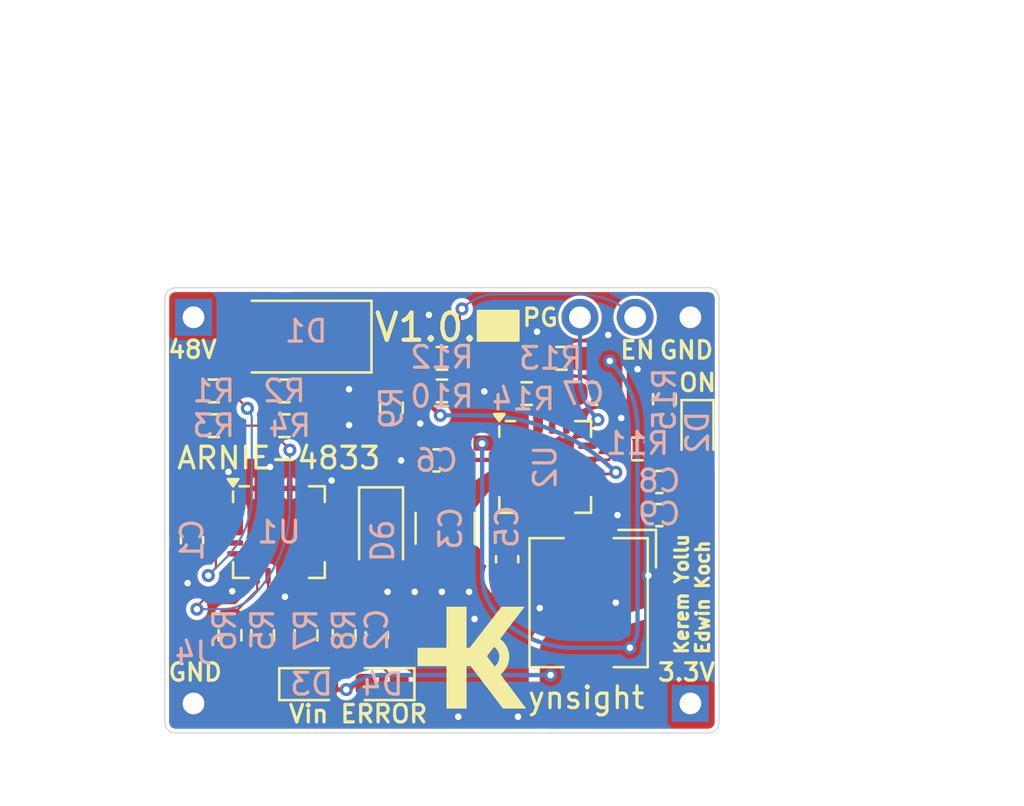
<source format=kicad_pcb>
(kicad_pcb
	(version 20240108)
	(generator "pcbnew")
	(generator_version "8.0")
	(general
		(thickness 1.6)
		(legacy_teardrops no)
	)
	(paper "A4")
	(layers
		(0 "F.Cu" signal)
		(31 "B.Cu" signal)
		(32 "B.Adhes" user "B.Adhesive")
		(33 "F.Adhes" user "F.Adhesive")
		(34 "B.Paste" user)
		(35 "F.Paste" user)
		(36 "B.SilkS" user "B.Silkscreen")
		(37 "F.SilkS" user "F.Silkscreen")
		(38 "B.Mask" user)
		(39 "F.Mask" user)
		(40 "Dwgs.User" user "User.Drawings")
		(41 "Cmts.User" user "User.Comments")
		(42 "Eco1.User" user "User.Eco1")
		(43 "Eco2.User" user "User.Eco2")
		(44 "Edge.Cuts" user)
		(45 "Margin" user)
		(46 "B.CrtYd" user "B.Courtyard")
		(47 "F.CrtYd" user "F.Courtyard")
		(48 "B.Fab" user)
		(49 "F.Fab" user)
		(50 "User.1" user)
		(51 "User.2" user)
		(52 "User.3" user)
		(53 "User.4" user)
		(54 "User.5" user)
		(55 "User.6" user)
		(56 "User.7" user)
		(57 "User.8" user)
		(58 "User.9" user)
	)
	(setup
		(stackup
			(layer "F.SilkS"
				(type "Top Silk Screen")
			)
			(layer "F.Paste"
				(type "Top Solder Paste")
			)
			(layer "F.Mask"
				(type "Top Solder Mask")
				(thickness 0.01)
			)
			(layer "F.Cu"
				(type "copper")
				(thickness 0.035)
			)
			(layer "dielectric 1"
				(type "core")
				(thickness 1.51)
				(material "FR4")
				(epsilon_r 4.5)
				(loss_tangent 0.02)
			)
			(layer "B.Cu"
				(type "copper")
				(thickness 0.035)
			)
			(layer "B.Mask"
				(type "Bottom Solder Mask")
				(thickness 0.01)
			)
			(layer "B.Paste"
				(type "Bottom Solder Paste")
			)
			(layer "B.SilkS"
				(type "Bottom Silk Screen")
			)
			(copper_finish "None")
			(dielectric_constraints no)
		)
		(pad_to_mask_clearance 0)
		(allow_soldermask_bridges_in_footprints no)
		(aux_axis_origin 74.75 125.25)
		(grid_origin 74.75 125.25)
		(pcbplotparams
			(layerselection 0x00010fc_ffffffff)
			(plot_on_all_layers_selection 0x0000000_00000000)
			(disableapertmacros no)
			(usegerberextensions yes)
			(usegerberattributes no)
			(usegerberadvancedattributes no)
			(creategerberjobfile no)
			(dashed_line_dash_ratio 12.000000)
			(dashed_line_gap_ratio 3.000000)
			(svgprecision 4)
			(plotframeref no)
			(viasonmask no)
			(mode 1)
			(useauxorigin no)
			(hpglpennumber 1)
			(hpglpenspeed 20)
			(hpglpendiameter 15.000000)
			(pdf_front_fp_property_popups yes)
			(pdf_back_fp_property_popups yes)
			(dxfpolygonmode yes)
			(dxfimperialunits yes)
			(dxfusepcbnewfont yes)
			(psnegative no)
			(psa4output no)
			(plotreference yes)
			(plotvalue no)
			(plotfptext yes)
			(plotinvisibletext no)
			(sketchpadsonfab no)
			(subtractmaskfromsilk yes)
			(outputformat 1)
			(mirror no)
			(drillshape 0)
			(scaleselection 1)
			(outputdirectory "../01_output/00_gerber/")
		)
	)
	(net 0 "")
	(net 1 "GND")
	(net 2 "Vin")
	(net 3 "/ID_TSTART")
	(net 4 "VIN")
	(net 5 "unconnected-(U2-SS{slash}TR-Pad14)")
	(net 6 "/DCDC_SW")
	(net 7 "/DCDC_BST")
	(net 8 "/DCDC_VCC")
	(net 9 "Vout")
	(net 10 "/DCDC_FB")
	(net 11 "/ID_UVLO")
	(net 12 "/ID_OVLO")
	(net 13 "/ID_SETI")
	(net 14 "/ID_CLMODE")
	(net 15 "/ID_UVOV")
	(net 16 "/~{ID_FLAG}")
	(net 17 "/DCDC_UVLO")
	(net 18 "/DCDC_FS")
	(net 19 "unconnected-(U1-EN-Pad9)")
	(net 20 "unconnected-(U2-MSYNC-Pad12)")
	(net 21 "Net-(D4-K)")
	(net 22 "/DCDC_PG")
	(net 23 "Net-(D3-K)")
	(net 24 "/DCDC_EN")
	(net 25 "Net-(D2-K)")
	(footprint "ked_symbols:kynsight_logo_5x5mm" (layer "F.Cu") (at 88.875 121.78))
	(footprint "Diode_SMD:D_PowerDI-123" (layer "F.Cu") (at 84.7 116.25 -90))
	(footprint "Capacitor_SMD:C_0603_1608Metric" (layer "F.Cu") (at 94.5 109.625 180))
	(footprint "Resistor_SMD:R_0603_1608Metric" (layer "F.Cu") (at 87.5 108))
	(footprint "LED_SMD:LED_0603_1608Metric" (layer "F.Cu") (at 84.75 123 180))
	(footprint "Resistor_SMD:R_0603_1608Metric" (layer "F.Cu") (at 96.5 112.169))
	(footprint "Capacitor_SMD:C_0603_1608Metric" (layer "F.Cu") (at 97.5 113.693 180))
	(footprint "Resistor_SMD:R_0603_1608Metric" (layer "F.Cu") (at 85.175 110.275 -90))
	(footprint "Package_DFN_QFN:TQFN-20-1EP_4x4mm_P0.5mm_EP2.9x2.9mm" (layer "F.Cu") (at 80 116))
	(footprint "Package_DFN_QFN:UQFN-16-1EP_4x4mm_P0.65mm_EP2.6x2.6mm" (layer "F.Cu") (at 92.25 113))
	(footprint "Resistor_SMD:R_0603_1608Metric" (layer "F.Cu") (at 91.4 109.625 180))
	(footprint "Inductor_SMD:L_Bourns_SRP5030T" (layer "F.Cu") (at 94.25 119.25 -90))
	(footprint "Resistor_SMD:R_0603_1608Metric" (layer "F.Cu") (at 83 120.75 90))
	(footprint "Resistor_SMD:R_0603_1608Metric" (layer "F.Cu") (at 93 108 180))
	(footprint "Resistor_SMD:R_0603_1608Metric" (layer "F.Cu") (at 77.75 120.75 -90))
	(footprint "Resistor_SMD:R_0603_1608Metric" (layer "F.Cu") (at 87.5 109.5))
	(footprint "Capacitor_SMD:C_0603_1608Metric" (layer "F.Cu") (at 87.25 112.7 180))
	(footprint "Capacitor_SMD:C_0603_1608Metric" (layer "F.Cu") (at 84.5 120.75 -90))
	(footprint "Resistor_SMD:R_0603_1608Metric" (layer "F.Cu") (at 77 109.5))
	(footprint "Resistor_SMD:R_0603_1608Metric" (layer "F.Cu") (at 77 111.1))
	(footprint "Resistor_SMD:R_0603_1608Metric" (layer "F.Cu") (at 81.25 120.75 90))
	(footprint "LED_SMD:LED_0603_1608Metric" (layer "F.Cu") (at 99.261 111.407 -90))
	(footprint "Resistor_SMD:R_0603_1608Metric" (layer "F.Cu") (at 80.25 109.5))
	(footprint "Diode_SMD:D_SMA" (layer "F.Cu") (at 80.75 107 180))
	(footprint "Resistor_SMD:R_0603_1608Metric" (layer "F.Cu") (at 79.25 120.75 -90))
	(footprint "Capacitor_SMD:C_0603_1608Metric" (layer "F.Cu") (at 97.5 115.217 180))
	(footprint "Capacitor_SMD:C_0603_1608Metric" (layer "F.Cu") (at 90.5 117.25 -90))
	(footprint "Resistor_SMD:R_0603_1608Metric" (layer "F.Cu") (at 80.25 111.1))
	(footprint "LED_SMD:LED_0603_1608Metric" (layer "F.Cu") (at 81.5 123))
	(footprint "Resistor_SMD:R_0603_1608Metric" (layer "F.Cu") (at 97.737 109.883 90))
	(footprint "Capacitor_SMD:C_1210_3225Metric" (layer "F.Cu") (at 87.65 115.825 -90))
	(footprint "Capacitor_SMD:C_0603_1608Metric" (layer "F.Cu") (at 76 116.375 -90))
	(footprint "Connector_PinHeader_2.54mm:PinHeader_1x03_P2.54mm_Vertical"
		(layer "B.Cu")
		(uuid "3513dc51-3e1f-40a7-bed0-d0aeba3dd3b2")
		(at 98.93 106.11 90)
		(descr "Through hole straight pin header, 1x03, 2.54mm pitch, single row")
		(tags "Through hole pin header THT 1x03 2.54mm single row")
		(property "Reference" "J3"
			(at 0 2.33 270)
			(layer "B.SilkS")
			(hide yes)
			(uuid "267419f7-6a32-4baf-a187-e947fce0f65b")
			(effects
				(font
					(size 1 1)
					(thickness 0.15)
				)
				(justify mirror)
			)
		)
		(property "Value" "Setting"
			(at 0 -7.41 -90)
			(layer "B.Fab")
			(uuid "33c42c25-0687-4c09-a1fd-fb027c8aed56")
			(effects
				(font
					(size 1 1)
					(thickness 0.15)
				)
				(justify mirror)
			)
		)
		(property "Footprint" "Connector_PinHeader_2.54mm:PinHeader_1x03_P2.54mm_Vertical"
			(at 0 0 -90)
			(unlocked yes)
			(layer "B.Fab")
			(hide yes)
			(uuid "f96d209b-3f7c-44bd-a1d3-febf4cac2750")
			(effects
				(font
					(size 1.27 1.27)
					(thickness 0.15)
				)
				(justify mirror)
			)
		)
		(property "Datasheet" ""
			(at 0 0 -90)
			(unlocked yes)
			(layer "B.Fab")
			(hide yes)
			(uuid "68111a64-3061-4b38-9ee6-22853ba839de")
			(effects
				(font
					(size 1.27 1.27)
					(thickness 0.15)
				)
				(justify mirror)
			)
		)
		(property "Description" "Generic connector, single row, 01x03, script generated (kicad-library-utils/schlib/autogen/connector/)"
			(at 0 0 -90)
			(unlocked yes)
			(layer "B.Fab")
			(hide yes)
			(uuid "bb21664c-93ae-410c-b7cf-5b6aadafd0b7")
			(effects
				(font
					(size 1.27 1.27)
					(thickness 0.15)
				)
				(justify mirror)
			)
		)
		(property ki_fp_filters "Connector*:*_1x??_*")
		(path "/4ed84246-8ef1-4fae-8c91-4a0d685ccdee")
		(sheetname "Root")
		(sheetfile "arnie48.kicad_sch")
		(attr through_hole)
		(fp_line
			(start 1.8 -6.85)
			(end -1.8 -6.85)
			(stroke
				(width 0.05)
				(type solid)
			)
			(layer "B.CrtYd")
			(uuid "da977f8e-fc63-4165-bc04-90e3513a9367")
		)
		(fp_line
			(start -1.8 -6.85)
			(end -1.8 1.8)
			(stroke
				(width 0.05)
				(type solid)
			)
			(layer "B.CrtYd")
			(uuid "685ca4aa-6c64-47a2-971f-368187e54754")
		)
		(fp_line
			(start 1.8 1.8)
			(end 1.8 -6.85)
			(stroke
				(width 0.05)
				(type solid)
			)
			(layer "B.CrtYd")
			(uuid "41e26a07-c8d3-48a7-a13c-f907e35494cc")
		)
		(fp_line
			(start -1.8 1.8)
			(end 1.8 1.8)
			(stroke
				(width 0.05)
				(type solid)
			)
			(layer "B.CrtYd")
			(uuid "85e218da-6dd9-4785-a8af-061aae452c69")
		)
		(fp_line
			(start 1.270001 -6.35)
			(end 1.27 1.27)
			(stroke
				(width 0.1)
				(type solid)
			)
			(layer "B.Fab")
			(uuid "4291c6a9-6f0c-4bea-b9a4-0726dac6a96c")
		)
		(fp_line
			(start -1.270001 -6.35)
			(end 1.270001 -6.35)
			(stroke
				(width 0.1)
				(type solid)
			)
			(layer "B.Fab")
			(uuid "265a32ad-f93d-4757-8e4e-de65f12b3857")
		)
		(fp_line
			(start -1.27 0.635)
			(end -1.270001 -6.35)
			(stroke
				(width 0.1)
				(type solid)
			)
			(layer "B.Fab")
			(uuid "3343ea61-dc6c-44e7-a1de-374b8eb84b43")
		)
		(fp_line
			(start 1.27 1.27)
			(end -0.635 1.27)
			(stroke
				(width 0.1)
				(type solid)
			)
			(layer "B.Fab")
			(uuid "c5118c5e-027b-4300-a16c-4ea99db0b70e")
		)
		(fp_line
			(start -0.635 1.27)
			(end -1.27 0.635)
			(stroke
				(width 0.1)
				(type solid)
			)
			(layer "B.Fab")
			(uuid "60ccb3b9-2b0e-48d6-9f52-ebffc66324d7")
		)
		(fp_text user "${REFERENCE}"
			(at 0 -2.54 0)
			(layer "B.Fab")
			(uuid "6c6a9535-30a9-4f11-85e3-00f5dd1bd74a")
			(effects
				(font
					(size 1 1)
					(thickness 0.15)
				)
				(justify mirror)
			)
		)
		(pad "1" thru_hole rect
			(at 0 0 90)
			(size 1.7 1.7)
			(drill 1)
			(layers "*.Cu" "*.Mask")
			(remove_unused_layers no)
			(net 1 "GND")
			(pinfunction "Pin_1")
			(pintype "passive")
			(zone_connect 2)
			(thermal_bridge_width 1)
			(thermal_gap 0.15)
			(uuid "4c77ec69-0fda-4b00-8b1e-ae13423c91a0")
		)
		(pad "2" thru_hole oval
			(at 0 -2.54 90)
			(size 1.7 1.7)
			(drill 1)
			(layers "*.Cu" "*.Mask")
			(remove_unused_layers no)
			(net 24 "/DCDC_EN")
			(pinfunction "Pin_2")
			(pintype "passive")
			(clearance 0.15)
			(uuid "1d8e1f12-ce24-4887-978b-61bfe626543b")
		)
		(pad "3" thru_hole oval
			(at 0 -5.079999 90)
			(size 1.7 1.7)
			(drill 1)
			(layers "*.Cu" "*.Mask")
			(remove_unused_layers no)
			(net 22 "/DC
... [172229 chars truncated]
</source>
